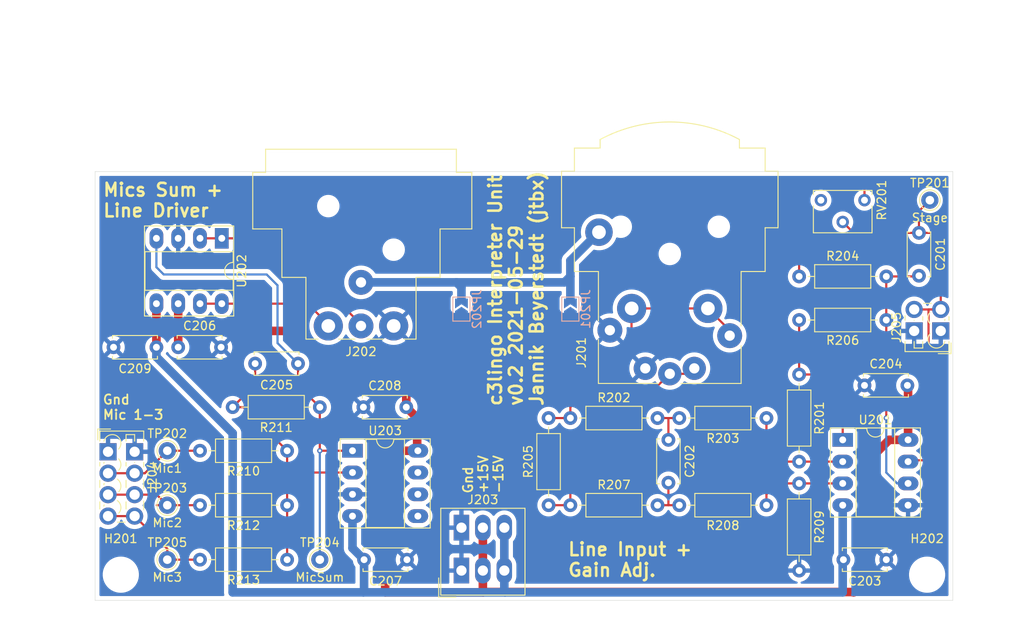
<source format=kicad_pcb>
(kicad_pcb (version 20211014) (generator pcbnew)
  (title_block (title "c3lingo interpeter unit -- channel strip") (date "2021-05-29") (rev "v0.2") (company "Jannik Beyerstedt (jtbx)") (comment 1 "Prototype 1"))
  (layers (0 "F.Cu" signal) (31 "B.Cu" signal) (34 "B.Paste" user) (35 "F.Paste" user) (36 "B.SilkS" user "B.Silkscreen") (37 "F.SilkS" user "F.Silkscreen") (38 "B.Mask" user) (39 "F.Mask" user) (44 "Edge.Cuts" user))
  (net 0 "")
  (net 1 "-15V")
  (net 2 "+15V")
  (net 3 "GND")
  (net 4 "/StageSignal")
  (net 5 "Net-(C201-Pad2)")
  (net 6 "Net-(C202-Pad2)")
  (net 7 "Net-(C202-Pad1)")
  (net 8 "Net-(C205-Pad2)")
  (net 9 "Net-(C205-Pad1)")
  (net 10 "Net-(J201-Pad3)")
  (net 11 "Net-(J201-Pad2)")
  (net 12 "GNDREF")
  (net 13 "Net-(J202-Pad2)")
  (net 14 "Net-(J202-Pad3)")
  (net 15 "/Mix_Ch3")
  (net 16 "/Mix_Ch2")
  (net 17 "/Mix_Ch1")
  (net 18 "Net-(R201-Pad2)")
  (net 19 "Net-(R201-Pad1)")
  (net 20 "Net-(R204-Pad1)")
  (net 21 "Net-(R208-Pad1)")
  (footprint "Connector_Audio:Jack_XLR_Neutrik_NC3MAAH_Horizontal" (layer "F.Cu") (at 84.81 68 180)
    (fp_text reference "J202" (at 3.81 -3) (layer "F.SilkS"))
    (fp_text value "Mix Line-Out")
    (pad "" np_thru_hole circle locked (at 7.62 13.97 180) (size 1.6 1.6) (drill 1.6) (layers *.Cu *.Mask))
    (pad "" np_thru_hole circle locked (at 0 8.89 180) (size 1.6 1.6) (drill 1.6) (layers *.Cu *.Mask))
    (pad "1" thru_hole circle locked (at 0 0 180) (size 3.4 3.4) (drill 1.6) (layers *.Cu *.Mask) (net 3 "GND"))
    (pad "2" thru_hole circle locked (at 7.62 0 180) (size 3.4 3.4) (drill 1.6) (layers *.Cu *.Mask) (net 13 "Net-(J202-Pad2)"))
    (pad "3" thru_hole circle locked (at 3.81 0 180) (size 2.9 2.9) (drill 1.2) (layers *.Cu *.Mask) (net 14 "Net-(J202-Pad3)"))
    (pad "G" thru_hole circle locked (at 3.81 5.08 180) (size 2.9 2.9) (drill 1.2) (layers *.Cu *.Mask) (net 12 "GNDREF"))
  )
  (footprint "Connector_Audio:Jack_XLR-6.35mm_Neutrik_NCJ6FA-H_Horizontal" (layer "F.Cu") (at 110.015 68.5 90)
    (fp_text reference "J201" (at -2.62 -3.32 90) (layer "F.SilkS"))
    (fp_text value "Stage Line-In")
    (pad "" np_thru_hole circle locked (at 8.89 6.985 90) (size 1.6 1.6) (drill 1.6) (layers *.Cu *.Mask))
    (pad "" np_thru_hole circle locked (at 12.065 1.27 90) (size 1.6 1.6) (drill 1.6) (layers *.Cu *.Mask))
    (pad "" np_thru_hole circle locked (at 12.065 12.7 90) (size 1.6 1.6) (drill 1.6) (layers *.Cu *.Mask))
    (pad "1" thru_hole circle locked (at 0 0 90) (size 2.9 2.9) (drill 1.2) (layers *.Cu *.Mask) (net 3 "GND"))
    (pad "2" thru_hole circle locked (at -0.635 13.97 90) (size 2.9 2.9) (drill 1.2) (layers *.Cu *.Mask) (net 11 "Net-(J201-Pad2)"))
    (pad "3" thru_hole circle locked (at -5.08 6.985 90) (size 2.7 2.7) (drill 1.2) (layers *.Cu *.Mask) (net 10 "Net-(J201-Pad3)"))
    (pad "G" thru_hole circle locked (at 11.43 -1.27 90) (size 3.2 3.2) (drill 1.6) (layers *.Cu *.Mask) (net 12 "GNDREF"))
    (pad "R" thru_hole circle locked (at -4.445 9.8425 90) (size 2.7 2.7) (drill 1.2) (layers *.Cu *.Mask) (net 10 "Net-(J201-Pad3)"))
    (pad "S" thru_hole circle locked (at -4.445 4.1275 90) (size 2.7 2.7) (drill 1.2) (layers *.Cu *.Mask) (net 3 "GND"))
    (pad "T" thru_hole circle locked (at 2.54 2.54 90) (size 3.4 3.4) (drill 1.6) (layers *.Cu *.Mask) (net 11 "Net-(J201-Pad2)"))
    (pad "T" thru_hole circle locked (at 2.54 11.43 90) (size 3.4 3.4) (drill 1.6) (layers *.Cu *.Mask) (net 11 "Net-(J201-Pad2)"))
  )
  (footprint "Capacitor_THT:C_Disc_D5.0mm_W2.5mm_P5.00mm" (layer "F.Cu") (at 73.66 72.39 180)
    (fp_text reference "C205" (at 2.5 -2.5) (layer "F.SilkS"))
    (fp_text value "22pF")
    (pad "1" thru_hole circle locked (at 0 0 180) (size 1.6 1.6) (drill 0.8) (layers *.Cu *.Mask) (net 9 "Net-(C205-Pad1)"))
    (pad "2" thru_hole circle locked (at 5 0 180) (size 1.6 1.6) (drill 0.8) (layers *.Cu *.Mask) (net 8 "Net-(C205-Pad2)"))
  )
  (footprint "Capacitor_THT:C_Disc_D5.0mm_W2.5mm_P5.00mm" (layer "F.Cu") (at 86.36 95.25 180)
    (fp_text reference "C207" (at 2.5 -2.5) (layer "F.SilkS"))
    (fp_text value "100nF")
    (pad "1" thru_hole circle locked (at 0 0 180) (size 1.6 1.6) (drill 0.8) (layers *.Cu *.Mask) (net 3 "GND"))
    (pad "2" thru_hole circle locked (at 5 0 180) (size 1.6 1.6) (drill 0.8) (layers *.Cu *.Mask) (net 1 "-15V"))
  )
  (footprint "Capacitor_THT:C_Disc_D5.0mm_W2.5mm_P5.00mm" (layer "F.Cu") (at 81.28 77.47)
    (fp_text reference "C208" (at 2.5 -2.5) (layer "F.SilkS"))
    (fp_text value "100nF")
    (pad "1" thru_hole circle locked (at 0 0) (size 1.6 1.6) (drill 0.8) (layers *.Cu *.Mask) (net 3 "GND"))
    (pad "2" thru_hole circle locked (at 5 0) (size 1.6 1.6) (drill 0.8) (layers *.Cu *.Mask) (net 2 "+15V"))
  )
  (footprint "Capacitor_THT:C_Disc_D5.0mm_W2.5mm_P5.00mm" (layer "F.Cu") (at 146.05 57.15 -90)
    (fp_text reference "C201" (at 2.5 -2.5 90) (layer "F.SilkS"))
    (fp_text value "47pF")
    (pad "1" thru_hole circle locked (at 0 0 270) (size 1.6 1.6) (drill 0.8) (layers *.Cu *.Mask) (net 4 "/StageSignal"))
    (pad "2" thru_hole circle locked (at 5 0 270) (size 1.6 1.6) (drill 0.8) (layers *.Cu *.Mask) (net 5 "Net-(C201-Pad2)"))
  )
  (footprint "Capacitor_THT:C_Disc_D5.0mm_W2.5mm_P5.00mm" (layer "F.Cu") (at 142.24 95.25 180)
    (fp_text reference "C203" (at 2.5 -2.5) (layer "F.SilkS"))
    (fp_text value "100nF")
    (pad "1" thru_hole circle locked (at 0 0 180) (size 1.6 1.6) (drill 0.8) (layers *.Cu *.Mask) (net 3 "GND"))
    (pad "2" thru_hole circle locked (at 5 0 180) (size 1.6 1.6) (drill 0.8) (layers *.Cu *.Mask) (net 1 "-15V"))
  )
  (footprint "Capacitor_THT:C_Disc_D5.0mm_W2.5mm_P5.00mm" (layer "F.Cu") (at 139.7 74.93)
    (fp_text reference "C204" (at 2.5 -2.5) (layer "F.SilkS"))
    (fp_text value "100nF")
    (pad "1" thru_hole circle locked (at 0 0) (size 1.6 1.6) (drill 0.8) (layers *.Cu *.Mask) (net 3 "GND"))
    (pad "2" thru_hole circle locked (at 5 0) (size 1.6 1.6) (drill 0.8) (layers *.Cu *.Mask) (net 2 "+15V"))
  )
  (footprint "Capacitor_THT:C_Disc_D5.0mm_W2.5mm_P5.00mm" (layer "F.Cu") (at 59.69 70.485)
    (fp_text reference "C206" (at 2.5 -2.5) (layer "F.SilkS"))
    (fp_text value "100nF")
    (pad "1" thru_hole circle locked (at 0 0) (size 1.6 1.6) (drill 0.8) (layers *.Cu *.Mask) (net 2 "+15V"))
    (pad "2" thru_hole circle locked (at 5 0) (size 1.6 1.6) (drill 0.8) (layers *.Cu *.Mask) (net 3 "GND"))
  )
  (footprint "Capacitor_THT:C_Disc_D5.0mm_W2.5mm_P5.00mm" (layer "F.Cu") (at 57.15 70.485 180)
    (fp_text reference "C209" (at 2.5 -2.5) (layer "F.SilkS"))
    (fp_text value "100nF")
    (pad "1" thru_hole circle locked (at 0 0 180) (size 1.6 1.6) (drill 0.8) (layers *.Cu *.Mask) (net 1 "-15V"))
    (pad "2" thru_hole circle locked (at 5 0 180) (size 1.6 1.6) (drill 0.8) (layers *.Cu *.Mask) (net 3 "GND"))
  )
  (footprint "Resistor_THT:R_Axial_DIN0207_L6.3mm_D2.5mm_P10.16mm_Horizontal" (layer "F.Cu") (at 72.39 82.55 180)
    (fp_text reference "R210" (at 5.08 -2.37) (layer "F.SilkS"))
    (fp_text value "22K")
    (pad "1" thru_hole circle locked (at 0 0 180) (size 1.6 1.6) (drill 0.8) (layers *.Cu *.Mask) (net 8 "Net-(C205-Pad2)"))
    (pad "2" thru_hole oval locked (at 10.16 0 180) (size 1.6 1.6) (drill 0.8) (layers *.Cu *.Mask) (net 17 "/Mix_Ch1"))
  )
  (footprint "Resistor_THT:R_Axial_DIN0207_L6.3mm_D2.5mm_P10.16mm_Horizontal" (layer "F.Cu") (at 76.2 77.47 180)
    (fp_text reference "R211" (at 5.08 -2.37) (layer "F.SilkS"))
    (fp_text value "22K")
    (pad "1" thru_hole circle locked (at 0 0 180) (size 1.6 1.6) (drill 0.8) (layers *.Cu *.Mask) (net 9 "Net-(C205-Pad1)"))
    (pad "2" thru_hole oval locked (at 10.16 0 180) (size 1.6 1.6) (drill 0.8) (layers *.Cu *.Mask) (net 8 "Net-(C205-Pad2)"))
  )
  (footprint "Resistor_THT:R_Axial_DIN0207_L6.3mm_D2.5mm_P10.16mm_Horizontal" (layer "F.Cu") (at 72.39 88.9 180)
    (fp_text reference "R212" (at 5.08 -2.37) (layer "F.SilkS"))
    (fp_text value "22K")
    (pad "1" thru_hole circle locked (at 0 0 180) (size 1.6 1.6) (drill 0.8) (layers *.Cu *.Mask) (net 8 "Net-(C205-Pad2)"))
    (pad "2" thru_hole oval locked (at 10.16 0 180) (size 1.6 1.6) (drill 0.8) (layers *.Cu *.Mask) (net 16 "/Mix_Ch2"))
  )
  (footprint "Resistor_THT:R_Axial_DIN0207_L6.3mm_D2.5mm_P10.16mm_Horizontal" (layer "F.Cu") (at 72.39 95.25 180)
    (fp_text reference "R213" (at 5.08 -2.37) (layer "F.SilkS"))
    (fp_text value "22K")
    (pad "1" thru_hole circle locked (at 0 0 180) (size 1.6 1.6) (drill 0.8) (layers *.Cu *.Mask) (net 8 "Net-(C205-Pad2)"))
    (pad "2" thru_hole oval locked (at 10.16 0 180) (size 1.6 1.6) (drill 0.8) (layers *.Cu *.Mask) (net 15 "/Mix_Ch3"))
  )
  (footprint "Resistor_THT:R_Axial_DIN0207_L6.3mm_D2.5mm_P10.16mm_Horizontal" (layer "F.Cu") (at 132.08 73.66 -90)
    (fp_text reference "R201" (at 5.08 -2.37 90) (layer "F.SilkS"))
    (fp_text value "10K")
    (pad "1" thru_hole circle locked (at 0 0 270) (size 1.6 1.6) (drill 0.8) (layers *.Cu *.Mask) (net 19 "Net-(R201-Pad1)"))
    (pad "2" thru_hole oval locked (at 10.16 0 270) (size 1.6 1.6) (drill 0.8) (layers *.Cu *.Mask) (net 18 "Net-(R201-Pad2)"))
  )
  (footprint "Resistor_THT:R_Axial_DIN0207_L6.3mm_D2.5mm_P10.16mm_Horizontal" (layer "F.Cu") (at 128.27 78.74 180)
    (fp_text reference "R203" (at 5.08 -2.37) (layer "F.SilkS"))
    (fp_text value "10K")
    (pad "1" thru_hole circle locked (at 0 0 180) (size 1.6 1.6) (drill 0.8) (layers *.Cu *.Mask) (net 18 "Net-(R201-Pad2)"))
    (pad "2" thru_hole oval locked (at 10.16 0 180) (size 1.6 1.6) (drill 0.8) (layers *.Cu *.Mask) (net 7 "Net-(C202-Pad1)"))
  )
  (footprint "Resistor_THT:R_Axial_DIN0207_L6.3mm_D2.5mm_P10.16mm_Horizontal" (layer "F.Cu") (at 132.08 62.23)
    (fp_text reference "R204" (at 5.08 -2.37) (layer "F.SilkS"))
    (fp_text value "22K")
    (pad "1" thru_hole circle locked (at 0 0) (size 1.6 1.6) (drill 0.8) (layers *.Cu *.Mask) (net 20 "Net-(R204-Pad1)"))
    (pad "2" thru_hole oval locked (at 10.16 0) (size 1.6 1.6) (drill 0.8) (layers *.Cu *.Mask) (net 5 "Net-(C201-Pad2)"))
  )
  (footprint "Resistor_THT:R_Axial_DIN0207_L6.3mm_D2.5mm_P10.16mm_Horizontal" (layer "F.Cu") (at 142.24 67.31 180)
    (fp_text reference "R206" (at 5.08 -2.37) (layer "F.SilkS"))
    (fp_text value "47K")
    (pad "1" thru_hole circle locked (at 0 0 180) (size 1.6 1.6) (drill 0.8) (layers *.Cu *.Mask) (net 5 "Net-(C201-Pad2)"))
    (pad "2" thru_hole oval locked (at 10.16 0 180) (size 1.6 1.6) (drill 0.8) (layers *.Cu *.Mask) (net 19 "Net-(R201-Pad1)"))
  )
  (footprint "Resistor_THT:R_Axial_DIN0207_L6.3mm_D2.5mm_P10.16mm_Horizontal" (layer "F.Cu") (at 128.27 88.9 180)
    (fp_text reference "R208" (at 5.08 -2.37) (layer "F.SilkS"))
    (fp_text value "10K")
    (pad "1" thru_hole circle locked (at 0 0 180) (size 1.6 1.6) (drill 0.8) (layers *.Cu *.Mask) (net 21 "Net-(R208-Pad1)"))
    (pad "2" thru_hole oval locked (at 10.16 0 180) (size 1.6 1.6) (drill 0.8) (layers *.Cu *.Mask) (net 6 "Net-(C202-Pad2)"))
  )
  (footprint "Resistor_THT:R_Axial_DIN0207_L6.3mm_D2.5mm_P10.16mm_Horizontal" (layer "F.Cu") (at 132.08 86.36 -90)
    (fp_text reference "R209" (at 5.08 -2.37 90) (layer "F.SilkS"))
    (fp_text value "10K")
    (pad "1" thru_hole circle locked (at 0 0 270) (size 1.6 1.6) (drill 0.8) (layers *.Cu *.Mask) (net 21 "Net-(R208-Pad1)"))
    (pad "2" thru_hole oval locked (at 10.16 0 270) (size 1.6 1.6) (drill 0.8) (layers *.Cu *.Mask) (net 3 "GND"))
  )
  (footprint "Potentiometer_THT:Potentiometer_Vishay_T73XX_Horizontal" (layer "F.Cu") (at 139.7 53.34 -90)
    (fp_text reference "RV201" (at 0 -2.01 90) (layer "F.SilkS"))
    (fp_text value "100K")
    (pad "1" thru_hole circle locked (at 0 0 270) (size 1.44 1.44) (drill 0.8) (layers *.Cu *.Mask) (net 20 "Net-(R204-Pad1)"))
    (pad "2" thru_hole circle locked (at 2.54 2.54 270) (size 1.44 1.44) (drill 0.8) (layers *.Cu *.Mask) (net 4 "/StageSignal"))
    (pad "3" thru_hole circle locked (at 0 5.08 270) (size 1.44 1.44) (drill 0.8) (layers *.Cu *.Mask))
  )
  (footprint "Package_DIP:DIP-8_W7.62mm_Socket_LongPads" (layer "F.Cu") (at 137.16 81.28)
    (fp_text reference "U201" (at 3.81 -2.33) (layer "F.SilkS"))
    (fp_text value "LM833N")
    (pad "1" thru_hole rect locked (at 0 0) (size 2.4 1.6) (drill 0.8) (layers *.Cu *.Mask) (net 19 "Net-(R201-Pad1)"))
    (pad "2" thru_hole oval locked (at 0 2.54) (size 2.4 1.6) (drill 0.8) (layers *.Cu *.Mask) (net 18 "Net-(R201-Pad2)"))
    (pad "3" thru_hole oval locked (at 0 5.08) (size 2.4 1.6) (drill 0.8) (layers *.Cu *.Mask) (net 21 "Net-(R208-Pad1)"))
    (pad "4" thru_hole oval locked (at 0 7.62) (size 2.4 1.6) (drill 0.8) (layers *.Cu *.Mask) (net 1 "-15V"))
    (pad "5" thru_hole oval locked (at 7.62 7.62) (size 2.4 1.6) (drill 0.8) (layers *.Cu *.Mask) (net 3 "GND"))
    (pad "6" thru_hole oval locked (at 7.62 5.08) (size 2.4 1.6) (drill 0.8) (layers *.Cu *.Mask) (net 5 "Net-(C201-Pad2)"))
    (pad "7" thru_hole oval locked (at 7.62 2.54) (size 2.4 1.6) (drill 0.8) (layers *.Cu *.Mask) (net 4 "/StageSignal"))
    (pad "8" thru_hole oval locked (at 7.62 0) (size 2.4 1.6) (drill 0.8) (layers *.Cu *.Mask) (net 2 "+15V"))
  )
  (footprint "Package_DIP:DIP-8_W7.62mm_Socket_LongPads" (layer "F.Cu") (at 64.77 57.785 -90)
    (fp_text reference "U202" (at 3.81 -2.33 90) (layer "F.SilkS"))
    (fp_text value "DRV134PA")
    (pad "1" thru_hole rect locked (at 0 0 270) (size 2.4 1.6) (drill 0.8) (layers *.Cu *.Mask) (net 14 "Net-(J202-Pad3)"))
    (pad "2" thru_hole oval locked (at 0 2.54 270) (size 2.4 1.6) (drill 0.8) (layers *.Cu *.Mask) (net 14 "Net-(J202-Pad3)"))
    (pad "3" thru_hole oval locked (at 0 5.08 270) (size 2.4 1.6) (drill 0.8) (layers *.Cu *.Mask) (net 3 "GND"))
    (pad "4" thru_hole oval locked (at 0 7.62 270) (size 2.4 1.6) (drill 0.8) (layers *.Cu *.Mask) (net 9 "Net-(C205-Pad1)"))
    (pad "5" thru_hole oval locked (at 7.62 7.62 270) (size 2.4 1.6) (drill 0.8) (layers *.Cu *.Mask) (net 1 "-15V"))
    (pad "6" thru_hole oval locked (at 7.62 5.08 270) (size 2.4 1.6) (drill 0.8) (layers *.Cu *.Mask) (net 2 "+15V"))
    (pad "7" thru_hole oval locked (at 7.62 2.54 270) (size 2.4 1.6) (drill 0.8) (layers *.Cu *.Mask) (net 13 "Net-(J202-Pad2)"))
    (pad "8" thru_hole oval locked (at 7.62 0 270) (size 2.4 1.6) (drill 0.8) (layers *.Cu *.Mask) (net 13 "Net-(J202-Pad2)"))
  )
  (footprint "TestPoint:TestPoint_THTPad_D2.0mm_Drill1.0mm" (layer "F.Cu") (at 76.2 95.25)
    (fp_text reference "TP204" (at 0 -1.998) (layer "F.SilkS"))
    (fp_text value "MicSum" (at 0 2.05) (layer "F.SilkS"))
    (pad "1" thru_hole circle locked (at 0 0) (size 2 2) (drill 1) (layers *.Cu *.Mask) (net 9 "Net-(C205-Pad1)"))
  )
  (footprint "TestPoint:TestPoint_THTPad_D2.0mm_Drill1.0mm" (layer "F.Cu") (at 147.32 53.34)
    (fp_text reference "TP201" (at 0 -1.998) (layer "F.SilkS"))
    (fp_text value "Stage" (at 0 2.05) (layer "F.SilkS"))
    (pad "1" thru_hole circle locked (at 0 0) (size 2 2) (drill 1) (layers *.Cu *.Mask) (net 4 "/StageSignal"))
  )
  (footprint "TestPoint:TestPoint_THTPad_D2.0mm_Drill1.0mm" (layer "F.Cu") (at 58.42 82.55)
    (fp_text reference "TP202" (at 0 -1.998) (layer "F.SilkS"))
    (fp_text value "Mic1" (at 0 2.05) (layer "F.SilkS"))
    (pad "1" thru_hole circle locked (at 0 0) (size 2 2) (drill 1) (layers *.Cu *.Mask) (net 17 "/Mix_Ch1"))
  )
  (footprint "TestPoint:TestPoint_THTPad_D2.0mm_Drill1.0mm" (layer "F.Cu") (at 58.42 88.9)
    (fp_text reference "TP203" (at 0 -1.998) (layer "F.SilkS"))
    (fp_text value "Mic2" (at 0 2.05) (layer "F.SilkS"))
    (pad "1" thru_hole circle locked (at 0 0) (size 2 2) (drill 1) (layers *.Cu *.Mask) (net 16 "/Mix_Ch2"))
  )
  (footprint "TestPoint:TestPoint_THTPad_D2.0mm_Drill1.0mm" (layer "F.Cu") (at 58.42 95.25)
    (fp_text reference "TP205" (at 0 -1.998) (layer "F.SilkS"))
    (fp_text value "Mic3" (at 0 2.05) (layer "F.SilkS"))
    (pad "1" thru_hole circle locked (at 0 0) (size 2 2) (drill 1) (layers *.Cu *.Mask) (net 15 "/Mix_Ch3"))
  )
  (footprint "Capacitor_THT:C_Disc_D5.0mm_W2.5mm_P5.00mm" (layer "F.Cu") (at 116.84 81.28 -90)
    (fp_text reference "C202" (at 2.5 -2.5 90) (layer "F.SilkS"))
    (fp_text value "220pF")
    (pad "1" thru_hole circle locked (at 0 0 270) (size 1.6 1.6) (drill 0.8) (layers *.Cu *.Mask) (net 7 "Net-(C202-Pad1)"))
    (pad "2" thru_hole circle locked (at 5 0 270) (size 1.6 1.6) (drill 0.8) (layers *.Cu *.Mask) (net 6 "Net-(C202-Pad2)"))
  )
  (footprint "Resistor_THT:R_Axial_DIN0207_L6.3mm_D2.5mm_P10.16mm_Horizontal" (layer "F.Cu") (at 105.41 78.74)
    (fp_text reference "R202" (at 5.08 -2.37) (layer "F.SilkS"))
    (fp_text value "10K")
    (pad "1" thru_hole circle locked (at 0 0) (size 1.6 1.6) (drill 0.8) (layers *.Cu *.Mask) (net 11 "Net-(J201-Pad2)"))
    (pad "2" thru_hole oval locked (at 10.16 0) (size 1.6 1.6) (drill 0.8) (layers *.Cu *.Mask) (net 7 "Net-(C202-Pad1)"))
  )
  (footprint "Resistor_THT:R_Axial_DIN0207_L6.3mm_D2.5mm_P10.16mm_Horizontal" (layer "F.Cu") (at 102.87 88.9 90)
    (fp_text reference "R205" (at 5.08 -2.37 90) (layer "F.SilkS"))
    (fp_text value "3.3K")
    (pad "1" thru_hole circle locked (at 0 0 90) (size 1.6 1.6) (drill 0.8) (layers *.Cu *.Mask) (net 10 "Net-(J201-Pad3)"))
    (pad "2" thru_hole oval locked (at 10.16 0 90) (size 1.6 1.6) (drill 0.8) (layers *.Cu *.Mask) (net 11 "Net-(J201-Pad2)"))
  )
  (footprint "Resistor_THT:R_Axial_DIN0207_L6.3mm_D2.5mm_P10.16mm_Horizontal" (layer "F.Cu") (at 105.41 88.9)
    (fp_text reference "R207" (at 5.08 -2.37) (layer "F.SilkS"))
    (fp_text value "10K")
    (pad "1" thru_hole circle locked (at 0 0) (size 1.6 1.6) (drill 0.8) (layers *.Cu *.Mask) (net 10 "Net-(J201-Pad3)"))
    (pad "2" thru_hole oval locked (at 10.16 0) (size 1.6 1.6) (drill 0.8) (layers *.Cu *.Mask) (net 6 "Net-(C202-Pad2)"))
  )
  (footprint "Package_DIP:DIP-8_W7.62mm_Socket_LongPads" (layer "F.Cu") (at 80.01 82.55)
    (fp_text reference "U203" (at 3.81 -2.33) (layer "F.SilkS"))
    (fp_text value "LM833N")
    (pad "1" thru_hole rect locked (at 0 0) (size 2.4 1.6) (drill 0.8) (layers *.Cu *.Mask) (net 9 "Net-(C205-Pad1)"))
    (pad "2" thru_hole oval locked (at 0 2.54) (size 2.4 1.6) (drill 0.8) (layers *.Cu *.Mask) (net 8 "Net-(C205-Pad2)"))
    (pad "3" thru_hole oval locked (at 0 5.08) (size 2.4 1.6) (drill 0.8) (layers *.Cu *.Mask) (net 3 "GND"))
    (pad "4" thru_hole oval locked (at 0 7.62) (size 2.4 1.6) (drill 0.8) (layers *.Cu *.Mask) (net 1 "-15V"))
    (pad "5" thru_hole oval locked (at 7.62 7.62) (size 2.4 1.6) (drill 0.8) (layers *.Cu *.Mask))
    (pad "6" thru_hole oval locked (at 7.62 5.08) (size 2.4 1.6) (drill 0.8) (layers *.Cu *.Mask))
    (pad "7" thru_hole oval locked (at 7.62 2.54) (size 2.4 1.6) (drill 0.8) (layers *.Cu *.Mask))
    (pad "8" thru_hole oval locked (at 7.62 0) (size 2.4 1.6) (drill 0.8) (layers *.Cu *.Mask) (net 2 "+15V"))
  )
  (footprint "TerminalBlock_Phoenix:TerminalBlock_Phoenix_PTSM-0,5-3-2.5-H-THR_1x03_P2.50mm_Horizontal" (layer "F.Cu") (at 92.71 96.52)
    (fp_text reference "J203" (at 2.5 -8.26) (layer "F.SilkS"))
    (fp_text value "PowerSupply")
    (pad "1" thru_hole rect locked (at 0 -5) (size 1.8 3) (drill 1.2) (layers *.Cu *.Mask) (net 3 "GND"))
    (pad "1" thru_hole rect locked (at 0 0) (size 1.8 3) (drill 1.2) (layers *.Cu *.Mask) (net 3 "GND"))
    (pad "2" thru_hole oval locked (at 2.5 0) (size 1.8 3) (drill 1.2) (layers *.Cu *.Mask) (net 2 "+15V"))
    (pad "2" thru_hole oval locked (at 2.5 -5) (size 1.8 3) (drill 1.2) (layers *.Cu *.Mask) (net 2 "+15V"))
    (pad "3" thru_hole oval locked (at 5 0) (size 1.8 3) (drill 1.2) (layers *.Cu *.Mask) (net 1 "-15V"))
    (pad "3" thru_hole oval locked (at 5 -5) (size 1.8 3) (drill 1.2) (layers *.Cu *.Mask) (net 1 "-15V"))
  )
  (footprint "TerminalBlock_Phoenix:TerminalBlock_Phoenix_PTSM-0,5-4-2.5-V-THR_1x04_P2.50mm_Vertical" (layer "F.Cu") (at 51.51 82.67 -90)
    (fp_text reference "J204" (at 2.9 -5.16 90) (layer "F.SilkS"))
    (fp_text value "Inputs")
    (pad "1" thru_hole rect locked (at 0 0 270) (size 2 2) (drill 1.2) (layers *.Cu *.Mask) (net 3 "GND"))
    (pad "1" thru_hole rect locked (at 0 -3.1 270) (size 2 2) (drill 1.2) (layers *.Cu *.Mask) (net 3 "GND"))
    (pad "2" thru_hole circle locked (at 2.5 -3.1 270) (size 2 2) (drill 1.2) (layers *.Cu *.Mask) (net 17 "/Mix_Ch1"))
    (pad "2" thru_hole circle locked (at 2.5 0 270) (size 2 2) (drill 1.2) (layers *.Cu *.Mask) (net 17 "/Mix_Ch1"))
    (pad "3" thru_hole circle locked (at 5 -3.1 270) (size 2 2) (drill 1.2) (layers *.Cu *.Mask) (net 16 "/Mix_Ch2"))
    (pad "3" thru_hole circle locked (at 5 0 270) (size 2 2) (drill 1.2) (layers *.Cu *.Mask) (net 16 "/Mix_Ch2"))
    (pad "4" thru_hole circle locked (at 7.5 0 270) (size 2 2) (drill 1.2) (layers *.Cu *.Mask) (net 15 "/Mix_Ch3"))
    (pad "4" thru_hole circle locked (at 7.5 -3.1 270) (size 2 2) (drill 1.2) (layers *.Cu *.Mask) (net 15 "/Mix_Ch3"))
  )
  (footprint "TerminalBlock_Phoenix:TerminalBlock_Phoenix_PTSM-0,5-2-2.5-V-THR_1x02_P2.50mm_Vertical" (layer "F.Cu") (at 148.59 68.58 90)
    (fp_text reference "J205" (at 0.4 -5.16 90) (layer "F.SilkS"))
    (fp_text value "Output")
    (pad "1" thru_hole rect locked (at 0 0 90) (size 2 2) (drill 1.2) (layers *.Cu *.Mask) (net 3 "GND"))
    (pad "1" thru_hole rect locked (at 0 -3.1 90) (size 2 2) (drill 1.2) (layers *.Cu *.Mask) (net 3 "GND"))
    (pad "2" thru_hole circle locked (at 2.5 -3.1 90) (size 2 2) (drill 1.2) (layers *.Cu *.Mask) (net 4 "/StageSignal"))
    (pad "2" thru_hole circle locked (at 2.5 0 90) (size 2 2) (drill 1.2) (layers *.Cu *.Mask) (net 4 "/StageSignal"))
  )
  (footprint "MountingHole:MountingHole_3.2mm_M3" (layer "F.Cu") (at 53 97)
    (fp_text reference "H201" (at 0 -4.2) (layer "F.SilkS"))
    (fp_text value "MountingHole")
    (pad "" np_thru_hole circle locked (at 0 0) (size 3.2 3.2) (drill 3.2) (layers *.Cu *.Mask))
  )
  (footprint "MountingHole:MountingHole_3.2mm_M3" (layer "F.Cu") (at 147 97)
    (fp_text reference "H202" (at 0 -4.2) (layer "F.SilkS"))
    (fp_text value "MountingHole")
    (pad "" np_thru_hole circle locked (at 0 0) (size 3.2 3.2) (drill 3.2) (layers *.Cu *.Mask))
  )
  (footprint "Jumper:SolderJumper-2_P1.3mm_Open_TrianglePad1.0x1.5mm" (layer "B.Cu") (at 105.41 66.04 90)
    (fp_text reference "JP201" (at 0 1.8 270) (layer "B.SilkS") (effects (justify mirror)))
    (fp_text value "GND_JMP")
    (pad "1" smd custom locked (at -0.725 0 90) (size 0.3 0.3) (layers "B.Cu" "B.Mask") (net 3 "GND") (options (clearance outline) (anchor rect)) (primitives (gr_poly (pts (xy -0.5 0.75) (xy 0.5 0.75) (xy 1 0) (xy 0.5 -0.75) (xy -0.5 -0.75)) (width 0) (fill yes))))
    (pad "2" smd custom locked (at 0.725 0 90) (size 0.3 0.3) (layers "B.Cu" "B.Mask") (net 12 "GNDREF") (options (clearance outline) (anchor rect)) (primitives (gr_poly (pts (xy -0.65 0.75) (xy 0.5 0.75) (xy 0.5 -0.75) (xy -0.65 -0.75) (xy -0.15 0)) (width 0) (fill yes))))
  )
  (footprint "Jumper:SolderJumper-2_P1.3mm_Open_TrianglePad1.0x1.5mm" (layer "B.Cu") (at 92.71 66.04 90)
    (fp_text reference "JP202" (at 0 1.8 270) (layer "B.SilkS") (effects (justify mirror)))
    (fp_text value "GND_JMP")
    (pad "1" smd custom locked (at -0.725 0 90) (size 0.3 0.3) (layers "B.Cu" "B.Mask") (net 3 "GND") (options (clearance outline) (anchor rect)) (primitives (gr_poly (pts (xy -0.5 0.75) (xy 0.5 0.75) (xy 1 0) (xy 0.5 -0.75) (xy -0.5 -0.75)) (width 0) (fill yes))))
    (pad "2" smd custom locked (at 0.725 0 90) (size 0.3 0.3) (layers "B.Cu" "B.Mask") (net 12 "GNDREF") (options (clearance outline) (anchor rect)) (primitives (gr_poly (pts (xy -0.65 0.75) (xy 0.5 0.75) (xy 0.5 -0.75) (xy -0.65 -0.75) (xy -0.15 0)) (width 0) (fill yes))))
  )
  (gr_line (start 50 100) (end 50 50) (layer "Edge.Cuts") (width 0.05))
  (gr_line (start 50 50) (end 150 50) (layer "Edge.Cuts") (width 0.05))
  (gr_line (start 150 50) (end 150 100) (layer "Edge.Cuts") (width 0.05))
  (gr_line (start 150 100) (end 50 100) (layer "Edge.Cuts") (width 0.05))
  (gr_text "Mics Sum +\nLine Driver" (at 50.8 53.34) (layer "F.SilkS") (effects (font (size 1.5 1.5) (thickness 0.3)) (justify left)))
  (gr_text "c3lingo Interpreter Unit\nv0.2 2021-05-29\nJannik Beyerstedt (jtbx)" (at 99.06 77.47 90) (layer "F.SilkS") (effects (font (size 1.5 1.5) (thickness 0.3)) (justify left)))
  (gr_text "Line Input +\nGain Adj." (at 105 95.25) (layer "F.SilkS") (effects (font (size 1.5 1.5) (thickness 0.3)) (justify left)))
  (gr_text "Gnd\n+15V\n-15V" (at 95.25 87.63 90) (layer "F.SilkS") (effects (font (size 1.1 1.1) (thickness 0.2)) (justify left)))
  (gr_text "Gnd\nMic 1-3\n" (at 50.8 77.47) (layer "F.SilkS") (effects (font (size 1.1 1.1) (thickness 0.2)) (justify left)))
  (segment (start 57.15 65.405) (end 57.15 70.485) (width 1) (layer "F.Cu") (net 1))
  (segment (start 66.04 99.06) (end 81.28 99.06) (width 1) (layer "B.Cu") (net 1))
  (segment (start 97.71 96.52) (end 97.71 98.98) (width 1) (layer "B.Cu") (net 1))
  (segment (start 137.16 95.33) (end 137.24 95.25) (width 1) (layer "B.Cu") (net 1))
  (segment (start 66.04 99.06) (end 66.04 80.50637) (width 1) (layer "B.Cu") (net 1))
  (segment (start 57.15 71.61637) (end 57.15 70.485) (width 1) (layer "B.Cu") (net 1))
  (segment (start 81.36 95.25) (end 81.36 98.98) (width 1) (layer "B.Cu") (net 1))
  (segment (start 137.16 99.06) (end 137.16 95.33) (width 1) (layer "B.Cu") (net 1))
  (segment (start 66.04 80.50637) (end 57.15 71.61637) (width 1) (layer "B.Cu") (net 1))
  (segment (start 97.71 98.98) (end 97.79 99.06) (width 1) (layer "B.Cu") (net 1))
  (segment (start 80.01 93.9) (end 81.36 95.25) (width 1) (layer "B.Cu") (net 1))
  (segment (start 81.36 98.98) (end 81.28 99.06) (width 1) (layer "B.Cu") (net 1))
  (segment (start 97.71 91.52) (end 97.71 96.52) (width 1) (layer "B.Cu") (net 1))
  (segment (start 81.28 99.06) (end 97.79 99.06) (width 1) (layer "B.Cu") (net 1))
  (segment (start 80.01 90.17) (end 80.01 93.9) (width 1) (layer "B.Cu") (net 1))
  (segment (start 137.16 88.9) (end 137.16 95.17) (width 1) (layer "B.Cu") (net 1))
  (segment (start 97.79 99.06) (end 137.16 99.06) (width 1) (layer "B.Cu") (net 1))
  (segment (start 87.63 82.55) (end 85.09 82.55) (width 1) (layer "F.Cu") (net 2))
  (segment (start 86.28 72.31) (end 85.09 71.12) (width 1) (layer "F.Cu") (net 2))
  (segment (start 144.78 75.01) (end 144.7 74.93) (width 1) (layer "F.Cu") (net 2))
  (segment (start 140.97 90.17) (end 140.97 82.89) (width 1) (layer "F.Cu") (net 2))
  (segment (start 139.7 91.44) (end 140.97 90.17) (width 1) (layer "F.Cu") (net 2))
  (segment (start 95.25 99.06) (end 83.82 99.06) (width 1) (layer "F.Cu") (net 2))
  (segment (start 144.78 81.28) (end 144.78 75.01) (width 1) (layer "F.Cu") (net 2))
  (segment (start 76.2 71.12) (end 73.66 68.58) (width 1) (layer "F.Cu") (net 2))
  (segment (start 73.66 68.58) (end 59.69 68.58) (width 1) (layer "F.Cu") (net 2))
  (segment (start 86.28 77.47) (end 87.55 78.74) (width 1) (layer "F.Cu") (net 2))
  (segment (start 85.09 82.55) (end 83.82 83.82) (width 1) (layer "F.Cu") (net 2))
  (segment (start 139.7 97.79) (end 139.7 91.44) (width 1) (layer "F.Cu") (net 2))
  (segment (start 138.43 99.06) (end 139.7 97.79) (width 1) (layer "F.Cu") (net 2))
  (segment (start 95.21 91.52) (end 95.21 96.52) (width 1) (layer "F.Cu") (net 2))
  (segment (start 142.58 81.28) (end 144.78 81.28) (width 1) (layer "F.Cu") (net 2))
  (segment (start 138.39 99.02) (end 138.43 99.06) (width 1) (layer "F.Cu") (net 2))
  (segment (start 85.09 71.12) (end 76.2 71.12) (width 1) (layer "F.Cu") (net 2))
  (segment (start 59.69 68.58) (end 59.69 70.485) (width 1) (layer "F.Cu") (net 2))
  (segment (start 86.28 77.47) (end 86.28 72.31) (width 1) (layer "F.Cu") (net 2))
  (segment (start 95.21 96.52) (end 95.21 99.02) (width 1) (layer "F.Cu") (net 2))
  (segment (start 95.21 99.02) (end 95.25 99.06) (width 1) (layer "F.Cu") (net 2))
  (segment (start 95.21 99.02) (end 138.39 99.02) (width 1) (layer "F.Cu") (net 2))
  (segment (start 140.97 82.89) (end 142.58 81.28) (width 1) (layer "F.Cu") (net 2))
  (segment (start 87.55 82.47) (end 87.63 82.55) (width 1) (layer "F.Cu") (net 2))
  (segment (start 87.55 78.74) (end 87.55 82.47) (width 1) (layer "F.Cu") (net 2))
  (segment (start 83.82 83.82) (end 83.82 99.06) (width 1) (layer "F.Cu") (net 2))
  (segment (start 59.69 65.405) (end 59.69 68.58) (width 1) (layer "F.Cu") (net 2))
  (segment (start 147.164999 66.090788) (end 147.164999 83.664999) (width 0.25) (layer "F.Cu") (net 4))
  (segment (start 148.59 57.15) (end 148.59 66.08) (width 0.25) (layer "F.Cu") (net 4))
  (segment (start 147.175787 66.08) (end 147.164999 66.090788) (width 0.25) (layer "F.Cu") (net 4))
  (segment (start 147.164999 83.664999) (end 144.935001 83.664999) (width 0.25) (layer "F.Cu") (net 4))
  (segment (start 145.49 66.08) (end 148.59 66.08) (width 0.25) (layer "F.Cu") (net 4))
  (segment (start 148.59 66.08) (end 147.175787 66.08) (width 0.25) (layer "F.Cu") (net 4))
  (segment (start 146.05 57.15) (end 148.59 57.15) (width 0.25) (layer "F.Cu") (net 4))
  (segment (start 146.05 54.61) (end 147.32 53.34) (width 0.25) (layer "F.Cu") (net 4))
  (segment (start 137.16 55.88) (end 138.43 57.15) (width 0.25) (layer "F.Cu") (net 4))
  (segment (start 144.935001 83.664999) (end 144.78 83.82) (width 0.25) (layer "F.Cu") (net 4))
  (segment (start 146.05 57.15) (end 146.05 54.61) (width 0.25) (layer "F.Cu") (net 4))
  (segment (start 138.43 57.15) (end 146.05 57.15) (width 0.25) (layer "F.Cu") (net 4))
  (segment (start 142.24 78.74) (end 142.24 78.74) (width 0.25) (layer "F.Cu") (net 5))
  (segment (start 142.24 67.31) (end 142.24 78.74) (width 0.25) (layer "F.Cu") (net 5))
  (segment (start 145.97 62.23) (end 146.05 62.15) (width 0.25) (layer "F.Cu") (net 5))
  (segment (start 142.24 62.23) (end 145.97 62.23) (width 0.25) (layer "F.Cu") (net 5))
  (segment (start 142.24 62.23) (end 142.24 67.31) (width 0.25) (layer "F.Cu") (net 5))
  (via (at 142.24 78.74) (size 0.6) (drill 0.3) (layers "F.Cu" "B.Cu") (net 5))
  (segment (start 143.51 86.36) (end 144.78 86.36) (width 0.25) (layer "B.Cu") (net 5))
  (segment (start 142.24 78.74) (end 142.24 85.09) (width 0.25) (layer "B.Cu") (net 5))
  (segment (start 142.24 85.09) (end 143.51 86.36) (width 0.25) (layer "B.Cu") (net 5))
  (segment (start 116.84 86.28) (end 116.84 88.9) (width 0.25) (layer "F.Cu") (net 6))
  (segment (start 115.57 88.9) (end 118.11 88.9) (width 0.25) (layer "F.Cu") (net 6))
  (segment (start 115.57 78.74) (end 116.84 78.74) (width 0.25) (layer "F.Cu") (net 7))
  (segment (start 116.84 78.74) (end 116.84 81.28) (width 0.25) (layer "F.Cu") (net 7))
  (segment (start 116.84 78.74) (end 118.11 78.74) (width 0.25) (layer "F.Cu") (net 7))
  (segment (start 72.39 88.9) (end 72.39 95.25) (width 0.25) (layer "F.Cu") (net 8))
  (segment (start 72.39 82.55) (end 72.39 85.09) (width 0.25) (layer "F.Cu") (net 8))
  (segment (start 68.66 72.39) (end 68.66 74.85) (width 0.25) (layer "F.Cu") (net 8))
  (segment (start 72.39 85.09) (end 80.01 85.09) (width 0.25) (layer "F.Cu") (net 8))
  (segment (start 72.39 85.09) (end 72.39 88.9) (width 0.25) (layer "F.Cu") (net 8))
  (segment (start 66.04 77.47) (end 67.31 77.47) (width 0.25) (layer "F.Cu") (net 8))
  (segment (start 67.31 77.47) (end 72.39 82.55) (width 0.25) (layer "F.Cu") (net 8))
  (segment (start 68.66 74.85) (end 66.04 77.47) (width 0.25) (layer "F.Cu") (net 8))
  (segment (start 76.2 82.55) (end 76.2 82.55) (width 0.25) (layer "F.Cu") (net 9))
  (segment (start 76.2 82.55) (end 76.2 82.55) (width 0.25) (layer "F.Cu") (net 9))
  (segment (start 73.66 74.93) (end 76.2 77.47) (width 0.25) (layer "F.Cu") (net 9))
  (segment (start 73.66 72.39) (end 73.66 74.93) (width 0.25) (layer "F.Cu") (net 9))
  (segment (start 76.2 77.47) (end 76.2 82.55) (width 0.25) (layer "F.Cu") (net 9))
  (segment (start 76.2 82.55) (end 80.01 82.55) (width 0.25) (layer "F.Cu") (net 9))
  (via (at 76.2 82.55) (size 0.6) (drill 0.3) (layers "F.Cu" "B.Cu") (net 9))
  (segment (start 76.2 82.55) (end 76.2 95.25) (width 0.25) (layer "B.Cu") (net 9))
  (segment (start 71.27 70) (end 71.27 63.27) (width 0.25) (layer "B.Cu") (net 9))
  (segment (start 71.27 63.27) (end 70 62) (width 0.25) (layer "B.Cu") (net 9))
  (segment (start 73.66 72.39) (end 71.27 70) (width 0.25) (layer "B.Cu") (net 9))
  (segment (start 58 62) (end 57.15 61.15) (width 0.25) (layer "B.Cu") (net 9))
  (segment (start 57.15 61.15) (end 57.15 57.785) (width 0.25) (layer "B.Cu") (net 9))
  (segment (start 70 62) (end 58 62) (width 0.25) (layer "B.Cu") (net 9))
  (segment (start 119.2075 73.58) (end 119.8425 72.945) (width 0.25) (layer "F.Cu") (net 10))
  (segment (start 105.41 88.9) (end 102.87 88.9) (width 0.25) (layer "F.Cu") (net 10))
  (segment (start 105.41 85.155) (end 116.985 73.58) (width 0.25) (layer "F.Cu") (net 10))
  (segment (start 105.41 88.9) (end 105.41 85.155) (width 0.25) (layer "F.Cu") (net 10))
  (segment (start 116.985 73.58) (end 119.2075 73.58) (width 0.25) (layer "F.Cu") (net 10))
  (segment (start 112.54 70.34) (end 112.54 65.96) (width 0.25) (layer "F.Cu") (net 11))
  (segment (start 123.97 68.5) (end 123.97 69.135) (width 0.25) (layer "F.Cu") (net 11))
  (segment (start 105.41 77.47) (end 112.54 70.34) (width 0.25) (layer "F.Cu") (net 11))
  (segment (start 105.41 78.74) (end 105.41 77.47) (width 0.25) (layer "F.Cu") (net 11))
  (segment (start 102.87 78.74) (end 105.41 78.74) (width 0.25) (layer "F.Cu") (net 11))
  (segment (start 121.43 65.96) (end 123.97 68.5) (width 0.25) (layer "F.Cu") (net 11))
  (segment (start 112.54 65.96) (end 121.43 65.96) (width 0.25) (layer "F.Cu") (net 11))
  (segment (start 92.71 63.5) (end 92.71 64.96499) (width 1) (layer "B.Cu") (net 12))
  (segment (start 81.19 62.92) (end 92.13 62.92) (width 1) (layer "B.Cu") (net 12))
  (segment (start 92.13 62.92) (end 104.72 62.92) (width 1) (layer "B.Cu") (net 12))
  (segment (start 105.41 60.39) (end 105.41 62.23) (width 1) (layer "B.Cu") (net 12))
  (segment (start 92.13 62.92) (end 92.71 63.5) (width 1) (layer "B.Cu") (net 12))
  (segment (start 105.41 62.23) (end 105.41 64.96499) (width 1) (layer "B.Cu") (net 12))
  (segment (start 104.72 62.92) (end 105.41 62.23) (width 1) (layer "B.Cu") (net 12))
  (segment (start 108.73 57.07) (end 105.41 60.39) (width 1) (layer "B.Cu") (net 12))
  (segment (start 64.77 65.405) (end 74.785 65.405) (width 0.25) (layer "F.Cu") (net 13))
  (segment (start 62.23 65.405) (end 64.77 65.405) (width 0.25) (layer "F.Cu") (net 13))
  (segment (start 74.785 65.405) (end 77.38 68) (width 0.25) (layer "F.Cu") (net 13))
  (segment (start 64.77 57.785) (end 70.975 57.785) (width 0.25) (layer "F.Cu") (net 14))
  (segment (start 62.23 57.785) (end 64.77 57.785) (width 0.25) (layer "F.Cu") (net 14))
  (segment (start 70.975 57.785) (end 81.19 68) (width 0.25) (layer "F.Cu") (net 14))
  (segment (start 58.42 95.25) (end 62.23 95.25) (width 0.25) (layer "F.Cu") (net 15))
  (segment (start 54.61 90.17) (end 58.42 93.98) (width 0.25) (layer "F.Cu") (net 15))
  (segment (start 58.42 93.98) (end 58.42 95.25) (width 0.25) (layer "F.Cu") (net 15))
  (segment (start 54.61 90.17) (end 51.51 90.17) (width 0.25) (layer "F.Cu") (net 15))
  (segment (start 57.19 87.67) (end 58.42 88.9) (width 0.25) (layer "F.Cu") (net 16))
  (segment (start 51.51 87.67) (end 54.61 87.67) (width 0.25) (layer "F.Cu") (net 16))
  (segment (start 58.42 88.9) (end 62.23 88.9) (width 0.25) (layer "F.Cu") (net 16))
  (segment (start 54.61 87.67) (end 57.19 87.67) (width 0.25) (layer "F.Cu") (net 16))
  (segment (start 57.19 88.9) (end 58.42 88.9) (width 0.25) (layer "F.Cu") (net 16))
  (segment (start 54.61 85.17) (end 55.8 85.17) (width 0.25) (layer "F.Cu") (net 17))
  (segment (start 55.8 85.17) (end 58.42 82.55) (width 0.25) (layer "F.Cu") (net 17))
  (segment (start 58.42 82.55) (end 62.23 82.55) (width 0.25) (layer "F.Cu") (net 17))
  (segment (start 54.61 85.17) (end 51.51 85.17) (width 0.25) (layer "F.Cu") (net 17))
  (segment (start 128.27 78.74) (end 128.27 82.55) (width 0.25) (layer "F.Cu") (net 18))
  (segment (start 132.08 83.82) (end 137.16 83.82) (width 0.25) (layer "F.Cu") (net 18))
  (segment (start 128.27 82.55) (end 129.54 83.82) (width 0.25) (layer "F.Cu") (net 18))
  (segment (start 129.54 83.82) (end 132.08 83.82) (width 0.25) (layer "F.Cu") (net 18))
  (segment (start 135.89 73.66) (end 137.16 74.93) (width 0.25) (layer "F.Cu") (net 19))
  (segment (start 132.08 67.31) (end 132.08 73.66) (width 0.25) (layer "F.Cu") (net 19))
  (segment (start 137.16 74.93) (end 137.16 81.28) (width 0.25) (layer "F.Cu") (net 19))
  (segment (start 132.08 73.66) (end 135.89 73.66) (width 0.25) (layer "F.Cu") (net 19))
  (segment (start 139.7 52.07) (end 139.7 53.34) (width 0.25) (layer "F.Cu") (net 20))
  (segment (start 138.43 50.8) (end 139.7 52.07) (width 0.25) (layer "F.Cu") (net 20))
  (segment (start 133.35 50.8) (end 138.43 50.8) (width 0.25) (layer "F.Cu") (net 20))
  (segment (start 132.08 62.23) (end 132.08 52.07) (width 0.25) (layer "F.Cu") (net 20))
  (segment (start 132.08 52.07) (end 133.35 50.8) (width 0.25) (layer "F.Cu") (net 20))
  (segment (start 128.27 87.63) (end 128.27 88.9) (width 0.25) (layer "F.Cu") (net 21))
  (segment (start 132.08 86.36) (end 137.16 86.36) (width 0.25) (layer "F.Cu") (net 21))
  (segment (start 129.54 86.36) (end 128.27 87.63) (width 0.25) (layer "F.Cu") (net 21))
  (segment (start 132.08 86.36) (end 129.54 86.36) (width 0.25) (layer "F.Cu") (net 21))
  (zone (net 3) (net_name "GND") (layer "B.Cu") (connect_pads (clearance 0.508)) (min_thickness 0.254) (fill yes (thermal_gap 0.508) (thermal_bridge_width 0.508))
    (polygon (pts (xy 150 100) (xy 50 100) (xy 50 50) (xy 150 50)))
  )
)
</source>
